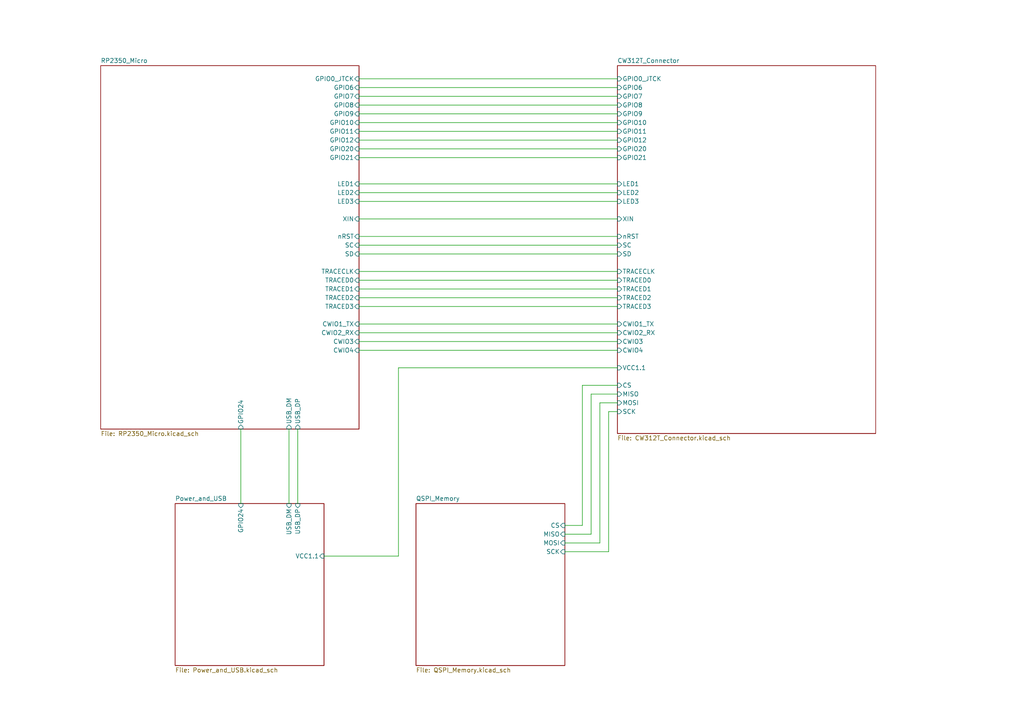
<source format=kicad_sch>
(kicad_sch
	(version 20231120)
	(generator "eeschema")
	(generator_version "8.0")
	(uuid "500b8550-4d6a-4279-8bac-449066156962")
	(paper "A4")
	(lib_symbols)
	(wire
		(pts
			(xy 168.91 152.4) (xy 168.91 111.76)
		)
		(stroke
			(width 0)
			(type default)
		)
		(uuid "009153fc-0f22-45ed-8749-b9afa2803d7b")
	)
	(wire
		(pts
			(xy 104.14 25.4) (xy 179.07 25.4)
		)
		(stroke
			(width 0)
			(type default)
		)
		(uuid "06029b76-8594-4cab-8656-fd2f6499a801")
	)
	(wire
		(pts
			(xy 104.14 88.9) (xy 179.07 88.9)
		)
		(stroke
			(width 0)
			(type default)
		)
		(uuid "06604679-4720-4cbe-a25b-c964cac6e77c")
	)
	(wire
		(pts
			(xy 104.14 73.66) (xy 179.07 73.66)
		)
		(stroke
			(width 0)
			(type default)
		)
		(uuid "0ab53256-8b11-4f1e-a24c-6785b92f010b")
	)
	(wire
		(pts
			(xy 104.14 35.56) (xy 179.07 35.56)
		)
		(stroke
			(width 0)
			(type default)
		)
		(uuid "0da9e6a6-778e-4d7f-b864-b049cb18d928")
	)
	(wire
		(pts
			(xy 104.14 96.52) (xy 179.07 96.52)
		)
		(stroke
			(width 0)
			(type default)
		)
		(uuid "11b0da60-6bd3-45e9-bff0-2edea0c170c5")
	)
	(wire
		(pts
			(xy 104.14 30.48) (xy 179.07 30.48)
		)
		(stroke
			(width 0)
			(type default)
		)
		(uuid "1617997d-442f-45c4-a3f6-f227189f8a77")
	)
	(wire
		(pts
			(xy 115.57 106.68) (xy 179.07 106.68)
		)
		(stroke
			(width 0)
			(type default)
		)
		(uuid "1ab6bb73-460d-4244-a7ca-288c4bed02de")
	)
	(wire
		(pts
			(xy 104.14 38.1) (xy 179.07 38.1)
		)
		(stroke
			(width 0)
			(type default)
		)
		(uuid "1e26af96-5fc3-4032-bd75-fc7427079045")
	)
	(wire
		(pts
			(xy 104.14 81.28) (xy 179.07 81.28)
		)
		(stroke
			(width 0)
			(type default)
		)
		(uuid "1e979c60-a766-4299-abdc-bb04230f8271")
	)
	(wire
		(pts
			(xy 104.14 78.74) (xy 179.07 78.74)
		)
		(stroke
			(width 0)
			(type default)
		)
		(uuid "22b55864-95f1-46e4-800c-549fcab95c88")
	)
	(wire
		(pts
			(xy 179.07 114.3) (xy 171.45 114.3)
		)
		(stroke
			(width 0)
			(type default)
		)
		(uuid "25838a60-5397-4899-a885-8a0cc2348b7e")
	)
	(wire
		(pts
			(xy 86.36 124.46) (xy 86.36 146.05)
		)
		(stroke
			(width 0)
			(type default)
		)
		(uuid "2e34c252-a3a5-474e-8e00-e556b1a01f39")
	)
	(wire
		(pts
			(xy 104.14 27.94) (xy 179.07 27.94)
		)
		(stroke
			(width 0)
			(type default)
		)
		(uuid "30ded458-84d8-4cf7-afc6-df9ee580249c")
	)
	(wire
		(pts
			(xy 104.14 22.86) (xy 179.07 22.86)
		)
		(stroke
			(width 0)
			(type default)
		)
		(uuid "3eb6aa5e-35c7-43f0-a478-7a88b0e775e6")
	)
	(wire
		(pts
			(xy 104.14 33.02) (xy 179.07 33.02)
		)
		(stroke
			(width 0)
			(type default)
		)
		(uuid "4aa90395-1f63-476c-a54c-f2465a372b81")
	)
	(wire
		(pts
			(xy 104.14 83.82) (xy 179.07 83.82)
		)
		(stroke
			(width 0)
			(type default)
		)
		(uuid "65d3087d-1ba3-4a6d-8b4b-2f9e75c91c05")
	)
	(wire
		(pts
			(xy 104.14 68.58) (xy 179.07 68.58)
		)
		(stroke
			(width 0)
			(type default)
		)
		(uuid "6fea7d73-6ff9-49cf-b261-5749b6bf9f46")
	)
	(wire
		(pts
			(xy 104.14 53.34) (xy 179.07 53.34)
		)
		(stroke
			(width 0)
			(type default)
		)
		(uuid "7657077a-d6b9-4f15-935d-fb46bf9ea8fb")
	)
	(wire
		(pts
			(xy 104.14 58.42) (xy 179.07 58.42)
		)
		(stroke
			(width 0)
			(type default)
		)
		(uuid "78f163d9-3c07-4517-b448-432349107b8e")
	)
	(wire
		(pts
			(xy 163.83 157.48) (xy 173.99 157.48)
		)
		(stroke
			(width 0)
			(type default)
		)
		(uuid "794aa4f2-e4f8-4870-adcf-adf03baa1451")
	)
	(wire
		(pts
			(xy 104.14 40.64) (xy 179.07 40.64)
		)
		(stroke
			(width 0)
			(type default)
		)
		(uuid "7f2b24f8-b465-4b49-a6fa-6dbee50a7791")
	)
	(wire
		(pts
			(xy 104.14 45.72) (xy 179.07 45.72)
		)
		(stroke
			(width 0)
			(type default)
		)
		(uuid "91a54ebe-9aad-457d-ab9b-196908807fa2")
	)
	(wire
		(pts
			(xy 163.83 152.4) (xy 168.91 152.4)
		)
		(stroke
			(width 0)
			(type default)
		)
		(uuid "9230d329-7718-476e-9535-ac90a35e8416")
	)
	(wire
		(pts
			(xy 168.91 111.76) (xy 179.07 111.76)
		)
		(stroke
			(width 0)
			(type default)
		)
		(uuid "992ec49a-3d9b-4660-86e1-c43867819b94")
	)
	(wire
		(pts
			(xy 104.14 86.36) (xy 179.07 86.36)
		)
		(stroke
			(width 0)
			(type default)
		)
		(uuid "9bbebfee-856d-49ae-8491-7369da5545ef")
	)
	(wire
		(pts
			(xy 69.85 124.46) (xy 69.85 146.05)
		)
		(stroke
			(width 0)
			(type default)
		)
		(uuid "a87712b3-2116-44c6-bcee-aa41e8a65c43")
	)
	(wire
		(pts
			(xy 176.53 119.38) (xy 176.53 160.02)
		)
		(stroke
			(width 0)
			(type default)
		)
		(uuid "aadc7b9c-9630-4638-80d1-dad707538981")
	)
	(wire
		(pts
			(xy 104.14 55.88) (xy 179.07 55.88)
		)
		(stroke
			(width 0)
			(type default)
		)
		(uuid "b041a769-5d3a-4bd0-8b75-8dd621aaf3a7")
	)
	(wire
		(pts
			(xy 104.14 101.6) (xy 179.07 101.6)
		)
		(stroke
			(width 0)
			(type default)
		)
		(uuid "b17105e4-1552-4fc9-9ab8-cedca896dbfe")
	)
	(wire
		(pts
			(xy 173.99 116.84) (xy 179.07 116.84)
		)
		(stroke
			(width 0)
			(type default)
		)
		(uuid "c17a33d8-8da8-4107-8af2-dbde6335ccb4")
	)
	(wire
		(pts
			(xy 104.14 63.5) (xy 179.07 63.5)
		)
		(stroke
			(width 0)
			(type default)
		)
		(uuid "c2d5e9f1-f610-4ef8-b1db-b89a671bf97c")
	)
	(wire
		(pts
			(xy 179.07 119.38) (xy 176.53 119.38)
		)
		(stroke
			(width 0)
			(type default)
		)
		(uuid "c67c4b81-d3ba-420f-80d7-9547c6234fa4")
	)
	(wire
		(pts
			(xy 115.57 161.29) (xy 115.57 106.68)
		)
		(stroke
			(width 0)
			(type default)
		)
		(uuid "c7bcf596-7038-4313-af1c-5e247c2b1d5d")
	)
	(wire
		(pts
			(xy 171.45 154.94) (xy 163.83 154.94)
		)
		(stroke
			(width 0)
			(type default)
		)
		(uuid "c8a8faae-d5c5-4b45-8fe5-d1513b49de8b")
	)
	(wire
		(pts
			(xy 173.99 157.48) (xy 173.99 116.84)
		)
		(stroke
			(width 0)
			(type default)
		)
		(uuid "d09d82e1-70bb-4645-a006-7f1f77d36a7b")
	)
	(wire
		(pts
			(xy 104.14 71.12) (xy 179.07 71.12)
		)
		(stroke
			(width 0)
			(type default)
		)
		(uuid "d1ac8c3a-9657-484a-8205-19936fa24951")
	)
	(wire
		(pts
			(xy 104.14 93.98) (xy 179.07 93.98)
		)
		(stroke
			(width 0)
			(type default)
		)
		(uuid "dfc352c4-8281-4e14-88f7-038d5d53a2d8")
	)
	(wire
		(pts
			(xy 104.14 43.18) (xy 179.07 43.18)
		)
		(stroke
			(width 0)
			(type default)
		)
		(uuid "e6c86373-d48b-41c0-ab43-bcd5620f5cd4")
	)
	(wire
		(pts
			(xy 104.14 99.06) (xy 179.07 99.06)
		)
		(stroke
			(width 0)
			(type default)
		)
		(uuid "e8f3f8ec-0932-4dcc-bae3-4d1072bfaae5")
	)
	(wire
		(pts
			(xy 171.45 114.3) (xy 171.45 154.94)
		)
		(stroke
			(width 0)
			(type default)
		)
		(uuid "e8fd83bc-1d3c-4390-ae91-86bc8e52d59a")
	)
	(wire
		(pts
			(xy 83.82 124.46) (xy 83.82 146.05)
		)
		(stroke
			(width 0)
			(type default)
		)
		(uuid "eb5e366c-a812-4ccd-883c-7ea250f18d24")
	)
	(wire
		(pts
			(xy 176.53 160.02) (xy 163.83 160.02)
		)
		(stroke
			(width 0)
			(type default)
		)
		(uuid "f3616f3e-a301-484b-9dc1-0a4e1c45dcbc")
	)
	(wire
		(pts
			(xy 93.98 161.29) (xy 115.57 161.29)
		)
		(stroke
			(width 0)
			(type default)
		)
		(uuid "f510eef7-5ca8-4d1f-a2d8-4f8925488338")
	)
	(sheet
		(at 120.65 146.05)
		(size 43.18 46.99)
		(fields_autoplaced yes)
		(stroke
			(width 0.1524)
			(type solid)
		)
		(fill
			(color 0 0 0 0.0000)
		)
		(uuid "64d79127-5ac2-4088-bcc2-0dc04644efed")
		(property "Sheetname" "QSPI_Memory"
			(at 120.65 145.3384 0)
			(effects
				(font
					(size 1.27 1.27)
				)
				(justify left bottom)
			)
		)
		(property "Sheetfile" "QSPI_Memory.kicad_sch"
			(at 120.65 193.6246 0)
			(effects
				(font
					(size 1.27 1.27)
				)
				(justify left top)
			)
		)
		(pin "CS" input
			(at 163.83 152.4 0)
			(effects
				(font
					(size 1.27 1.27)
				)
				(justify right)
			)
			(uuid "73895474-746e-4fe8-aa52-604c8fa0ea8e")
		)
		(pin "MISO" input
			(at 163.83 154.94 0)
			(effects
				(font
					(size 1.27 1.27)
				)
				(justify right)
			)
			(uuid "6525ea2d-70bc-4b86-b349-4d2fcd66094d")
		)
		(pin "MOSI" input
			(at 163.83 157.48 0)
			(effects
				(font
					(size 1.27 1.27)
				)
				(justify right)
			)
			(uuid "0286347e-ba26-4eff-9509-18c41d0ee4e2")
		)
		(pin "SCK" input
			(at 163.83 160.02 0)
			(effects
				(font
					(size 1.27 1.27)
				)
				(justify right)
			)
			(uuid "11db95cf-a509-4877-8128-c8775b927796")
		)
		(instances
			(project "RaspberryPi_Target"
				(path "/500b8550-4d6a-4279-8bac-449066156962"
					(page "5")
				)
			)
		)
	)
	(sheet
		(at 29.21 19.05)
		(size 74.93 105.41)
		(fields_autoplaced yes)
		(stroke
			(width 0.1524)
			(type solid)
		)
		(fill
			(color 0 0 0 0.0000)
		)
		(uuid "97afc5d9-d7b2-44f4-92e0-e0d40bdb1173")
		(property "Sheetname" "RP2350_Micro"
			(at 29.21 18.3384 0)
			(effects
				(font
					(size 1.27 1.27)
				)
				(justify left bottom)
			)
		)
		(property "Sheetfile" "RP2350_Micro.kicad_sch"
			(at 29.21 125.0446 0)
			(effects
				(font
					(size 1.27 1.27)
				)
				(justify left top)
			)
		)
		(pin "GPIO20" input
			(at 104.14 43.18 0)
			(effects
				(font
					(size 1.27 1.27)
				)
				(justify right)
			)
			(uuid "a6aca62f-2a19-4aed-ba84-5aab52f61003")
		)
		(pin "GPIO21" input
			(at 104.14 45.72 0)
			(effects
				(font
					(size 1.27 1.27)
				)
				(justify right)
			)
			(uuid "77f66a33-cf5c-47aa-8f07-02e373b75003")
		)
		(pin "LED1" input
			(at 104.14 53.34 0)
			(effects
				(font
					(size 1.27 1.27)
				)
				(justify right)
			)
			(uuid "a2630294-c27c-4f1d-b562-16cea35a1887")
		)
		(pin "LED3" input
			(at 104.14 58.42 0)
			(effects
				(font
					(size 1.27 1.27)
				)
				(justify right)
			)
			(uuid "d9816290-f526-45f5-a980-1020e40700b4")
		)
		(pin "GPIO24" input
			(at 69.85 124.46 270)
			(effects
				(font
					(size 1.27 1.27)
				)
				(justify left)
			)
			(uuid "9a9ba943-1297-4973-9412-8405be6d7883")
		)
		(pin "LED2" input
			(at 104.14 55.88 0)
			(effects
				(font
					(size 1.27 1.27)
				)
				(justify right)
			)
			(uuid "d83108fd-6df4-43ee-8758-44cf2fd50caa")
		)
		(pin "CWIO4" input
			(at 104.14 101.6 0)
			(effects
				(font
					(size 1.27 1.27)
				)
				(justify right)
			)
			(uuid "26600cdc-e4c0-4ccb-ba78-07ce7ed01bc7")
		)
		(pin "nRST" input
			(at 104.14 68.58 0)
			(effects
				(font
					(size 1.27 1.27)
				)
				(justify right)
			)
			(uuid "f4632c09-3eaa-4e67-97ac-344c5c5b2d3f")
		)
		(pin "XIN" input
			(at 104.14 63.5 0)
			(effects
				(font
					(size 1.27 1.27)
				)
				(justify right)
			)
			(uuid "e97143da-5621-4c77-a6a8-bb3d89b5a64b")
		)
		(pin "SC" input
			(at 104.14 71.12 0)
			(effects
				(font
					(size 1.27 1.27)
				)
				(justify right)
			)
			(uuid "e93b2840-338b-4102-a7ba-4dc5f36ec429")
		)
		(pin "SD" input
			(at 104.14 73.66 0)
			(effects
				(font
					(size 1.27 1.27)
				)
				(justify right)
			)
			(uuid "ec79ab9d-ccb8-4ecc-8d61-66ea91a42269")
		)
		(pin "GPIO12" input
			(at 104.14 40.64 0)
			(effects
				(font
					(size 1.27 1.27)
				)
				(justify right)
			)
			(uuid "7c2a8210-c4fe-4b03-96ae-53973b0bc8d2")
		)
		(pin "CWIO3" input
			(at 104.14 99.06 0)
			(effects
				(font
					(size 1.27 1.27)
				)
				(justify right)
			)
			(uuid "02c48131-291a-4284-befd-d46019b231f2")
		)
		(pin "CWIO2_RX" input
			(at 104.14 96.52 0)
			(effects
				(font
					(size 1.27 1.27)
				)
				(justify right)
			)
			(uuid "f2de58cd-856e-441b-9a9c-532eb00cce53")
		)
		(pin "CWIO1_TX" input
			(at 104.14 93.98 0)
			(effects
				(font
					(size 1.27 1.27)
				)
				(justify right)
			)
			(uuid "6ad1fd38-0ef8-4b0c-8b9a-478aaf15ffe7")
		)
		(pin "USB_DM" input
			(at 83.82 124.46 270)
			(effects
				(font
					(size 1.27 1.27)
				)
				(justify left)
			)
			(uuid "d74511fb-34ce-4c26-948f-5628e3613d0d")
		)
		(pin "USB_DP" input
			(at 86.36 124.46 270)
			(effects
				(font
					(size 1.27 1.27)
				)
				(justify left)
			)
			(uuid "acb69e55-4887-4a61-b17c-5351390c7cc7")
		)
		(pin "GPIO8" input
			(at 104.14 30.48 0)
			(effects
				(font
					(size 1.27 1.27)
				)
				(justify right)
			)
			(uuid "cbed4155-a518-4d1c-9f9f-939382b52dce")
		)
		(pin "GPIO9" input
			(at 104.14 33.02 0)
			(effects
				(font
					(size 1.27 1.27)
				)
				(justify right)
			)
			(uuid "3700e9c5-f768-43ea-a200-e92315d237a9")
		)
		(pin "GPIO11" input
			(at 104.14 38.1 0)
			(effects
				(font
					(size 1.27 1.27)
				)
				(justify right)
			)
			(uuid "92292555-bebd-406c-af27-726d44e6f442")
		)
		(pin "GPIO7" input
			(at 104.14 27.94 0)
			(effects
				(font
					(size 1.27 1.27)
				)
				(justify right)
			)
			(uuid "4800fde3-4167-477f-9ba3-ff83a31fb674")
		)
		(pin "GPIO10" input
			(at 104.14 35.56 0)
			(effects
				(font
					(size 1.27 1.27)
				)
				(justify right)
			)
			(uuid "04f32843-f1b4-4d0c-bcb3-0f8cbf90c6b5")
		)
		(pin "GPIO6" input
			(at 104.14 25.4 0)
			(effects
				(font
					(size 1.27 1.27)
				)
				(justify right)
			)
			(uuid "4a684061-c615-4bb1-98d4-303c13456ce5")
		)
		(pin "TRACED3" input
			(at 104.14 88.9 0)
			(effects
				(font
					(size 1.27 1.27)
				)
				(justify right)
			)
			(uuid "508f820f-634b-4992-a12a-5db25086cb40")
		)
		(pin "TRACED1" input
			(at 104.14 83.82 0)
			(effects
				(font
					(size 1.27 1.27)
				)
				(justify right)
			)
			(uuid "477e74fe-873e-44d7-af70-c820ca9dc2ef")
		)
		(pin "TRACED2" input
			(at 104.14 86.36 0)
			(effects
				(font
					(size 1.27 1.27)
				)
				(justify right)
			)
			(uuid "8556a34f-7549-4a18-99c6-d940d85af322")
		)
		(pin "TRACED0" input
			(at 104.14 81.28 0)
			(effects
				(font
					(size 1.27 1.27)
				)
				(justify right)
			)
			(uuid "853bffaa-d3cb-4ab2-9949-e7159bf40d83")
		)
		(pin "TRACECLK" input
			(at 104.14 78.74 0)
			(effects
				(font
					(size 1.27 1.27)
				)
				(justify right)
			)
			(uuid "cab3eef2-eeff-4a57-bda6-77761d77768e")
		)
		(pin "GPIO0_JTCK" input
			(at 104.14 22.86 0)
			(effects
				(font
					(size 1.27 1.27)
				)
				(justify right)
			)
			(uuid "85304920-b628-401e-8a46-e53ee980525f")
		)
		(instances
			(project "RaspberryPi_Target"
				(path "/500b8550-4d6a-4279-8bac-449066156962"
					(page "2")
				)
			)
		)
	)
	(sheet
		(at 50.8 146.05)
		(size 43.18 46.99)
		(fields_autoplaced yes)
		(stroke
			(width 0.1524)
			(type solid)
		)
		(fill
			(color 0 0 0 0.0000)
		)
		(uuid "d6a25a6f-1cfe-4763-9d1b-dece7abb6601")
		(property "Sheetname" "Power_and_USB"
			(at 50.8 145.3384 0)
			(effects
				(font
					(size 1.27 1.27)
				)
				(justify left bottom)
			)
		)
		(property "Sheetfile" "Power_and_USB.kicad_sch"
			(at 50.8 193.6246 0)
			(effects
				(font
					(size 1.27 1.27)
				)
				(justify left top)
			)
		)
		(pin "USB_DP" input
			(at 86.36 146.05 90)
			(effects
				(font
					(size 1.27 1.27)
				)
				(justify right)
			)
			(uuid "965251bf-b72f-449b-946f-f1e4ba700b62")
		)
		(pin "USB_DM" input
			(at 83.82 146.05 90)
			(effects
				(font
					(size 1.27 1.27)
				)
				(justify right)
			)
			(uuid "4325ce52-cf2e-4227-a579-a57d04bd5624")
		)
		(pin "GPIO24" input
			(at 69.85 146.05 90)
			(effects
				(font
					(size 1.27 1.27)
				)
				(justify right)
			)
			(uuid "0dfd6a7f-9fc7-47d0-b986-9f87e7696537")
		)
		(pin "VCC1.1" input
			(at 93.98 161.29 0)
			(effects
				(font
					(size 1.27 1.27)
				)
				(justify right)
			)
			(uuid "106ca29b-7171-48d7-9487-579521850055")
		)
		(instances
			(project "RaspberryPi_Target"
				(path "/500b8550-4d6a-4279-8bac-449066156962"
					(page "4")
				)
			)
		)
	)
	(sheet
		(at 179.07 19.05)
		(size 74.93 106.68)
		(fields_autoplaced yes)
		(stroke
			(width 0.1524)
			(type solid)
		)
		(fill
			(color 0 0 0 0.0000)
		)
		(uuid "d993f2bc-02ad-41d9-a54e-1aba475c8b8f")
		(property "Sheetname" "CW312T_Connector"
			(at 179.07 18.3384 0)
			(effects
				(font
					(size 1.27 1.27)
				)
				(justify left bottom)
			)
		)
		(property "Sheetfile" "CW312T_Connector.kicad_sch"
			(at 179.07 126.3146 0)
			(effects
				(font
					(size 1.27 1.27)
				)
				(justify left top)
			)
		)
		(pin "GPIO12" input
			(at 179.07 40.64 180)
			(effects
				(font
					(size 1.27 1.27)
				)
				(justify left)
			)
			(uuid "7d29c85c-198f-43f0-a50b-577b0792b197")
		)
		(pin "GPIO20" input
			(at 179.07 43.18 180)
			(effects
				(font
					(size 1.27 1.27)
				)
				(justify left)
			)
			(uuid "6a6ad5c9-66a7-4687-9ce7-86a62d4670bb")
		)
		(pin "GPIO11" input
			(at 179.07 38.1 180)
			(effects
				(font
					(size 1.27 1.27)
				)
				(justify left)
			)
			(uuid "2a9d71c3-5cf7-4be1-b9b5-b0c9a34e8a3b")
		)
		(pin "GPIO9" input
			(at 179.07 33.02 180)
			(effects
				(font
					(size 1.27 1.27)
				)
				(justify left)
			)
			(uuid "c3bfeb4a-b74d-40ad-ae8d-c58a8826ff0c")
		)
		(pin "GPIO0_JTCK" input
			(at 179.07 22.86 180)
			(effects
				(font
					(size 1.27 1.27)
				)
				(justify left)
			)
			(uuid "a2102c53-7e92-43b7-9a70-c7bd856cdf1a")
		)
		(pin "GPIO8" input
			(at 179.07 30.48 180)
			(effects
				(font
					(size 1.27 1.27)
				)
				(justify left)
			)
			(uuid "b88b5cbb-4fc4-4fee-afc0-c0184a0da3e6")
		)
		(pin "GPIO6" input
			(at 179.07 25.4 180)
			(effects
				(font
					(size 1.27 1.27)
				)
				(justify left)
			)
			(uuid "b5e1fda7-7812-4954-96b7-c51444d10dc1")
		)
		(pin "GPIO10" input
			(at 179.07 35.56 180)
			(effects
				(font
					(size 1.27 1.27)
				)
				(justify left)
			)
			(uuid "04a3380d-f7d0-47e8-8754-cf7700ffd676")
		)
		(pin "GPIO7" input
			(at 179.07 27.94 180)
			(effects
				(font
					(size 1.27 1.27)
				)
				(justify left)
			)
			(uuid "d874b190-607d-4256-8665-bb4fd65234fe")
		)
		(pin "TRACED0" input
			(at 179.07 81.28 180)
			(effects
				(font
					(size 1.27 1.27)
				)
				(justify left)
			)
			(uuid "52bb233e-9e70-4453-8f0c-7fc293b9d982")
		)
		(pin "TRACED1" input
			(at 179.07 83.82 180)
			(effects
				(font
					(size 1.27 1.27)
				)
				(justify left)
			)
			(uuid "6d0dc7c0-8fde-4a9a-b48d-276e1c20725a")
		)
		(pin "TRACECLK" input
			(at 179.07 78.74 180)
			(effects
				(font
					(size 1.27 1.27)
				)
				(justify left)
			)
			(uuid "6261d8b1-fb00-435e-a35e-10bd655fed42")
		)
		(pin "TRACED2" input
			(at 179.07 86.36 180)
			(effects
				(font
					(size 1.27 1.27)
				)
				(justify left)
			)
			(uuid "c32b6e95-d867-47a5-905d-739792de335c")
		)
		(pin "TRACED3" input
			(at 179.07 88.9 180)
			(effects
				(font
					(size 1.27 1.27)
				)
				(justify left)
			)
			(uuid "057dda95-2e01-4fe1-ad45-dcc8b1b15cc4")
		)
		(pin "GPIO21" input
			(at 179.07 45.72 180)
			(effects
				(font
					(size 1.27 1.27)
				)
				(justify left)
			)
			(uuid "4bda8f2b-7739-40b5-8363-6928b31a6eac")
		)
		(pin "VCC1.1" input
			(at 179.07 106.68 180)
			(effects
				(font
					(size 1.27 1.27)
				)
				(justify left)
			)
			(uuid "819d50fa-2cc7-4f9b-ae2c-60704f8e10fc")
		)
		(pin "SCK" input
			(at 179.07 119.38 180)
			(effects
				(font
					(size 1.27 1.27)
				)
				(justify left)
			)
			(uuid "d0011785-3b9b-4bd1-8f35-dc4b0db9357d")
		)
		(pin "CWIO2_RX" input
			(at 179.07 96.52 180)
			(effects
				(font
					(size 1.27 1.27)
				)
				(justify left)
			)
			(uuid "4fce382b-3fe7-4649-a3fc-d1f8722fb601")
		)
		(pin "CWIO1_TX" input
			(at 179.07 93.98 180)
			(effects
				(font
					(size 1.27 1.27)
				)
				(justify left)
			)
			(uuid "6f93d7b8-0567-4e17-a4f3-045f3e02b3bf")
		)
		(pin "CWIO4" input
			(at 179.07 101.6 180)
			(effects
				(font
					(size 1.27 1.27)
				)
				(justify left)
			)
			(uuid "11c741b6-bc01-4511-87c4-a14ab82324fa")
		)
		(pin "CWIO3" input
			(at 179.07 99.06 180)
			(effects
				(font
					(size 1.27 1.27)
				)
				(justify left)
			)
			(uuid "8c94fa71-9bcc-4478-9462-5f33af73c977")
		)
		(pin "MISO" input
			(at 179.07 114.3 180)
			(effects
				(font
					(size 1.27 1.27)
				)
				(justify left)
			)
			(uuid "5684b000-c37c-440d-98c3-bece2cb95ec9")
		)
		(pin "MOSI" input
			(at 179.07 116.84 180)
			(effects
				(font
					(size 1.27 1.27)
				)
				(justify left)
			)
			(uuid "0269dc10-aa00-4fee-ab8a-6dec04b728f7")
		)
		(pin "CS" input
			(at 179.07 111.76 180)
			(effects
				(font
					(size 1.27 1.27)
				)
				(justify left)
			)
			(uuid "cc8d45a8-19c2-44d8-8758-88ac4cac3dcd")
		)
		(pin "LED3" input
			(at 179.07 58.42 180)
			(effects
				(font
					(size 1.27 1.27)
				)
				(justify left)
			)
			(uuid "d250fc34-29a1-4c5e-9174-410ae114ef1e")
		)
		(pin "LED2" input
			(at 179.07 55.88 180)
			(effects
				(font
					(size 1.27 1.27)
				)
				(justify left)
			)
			(uuid "f500dd09-b333-4dad-8554-9614011f980a")
		)
		(pin "nRST" input
			(at 179.07 68.58 180)
			(effects
				(font
					(size 1.27 1.27)
				)
				(justify left)
			)
			(uuid "f1411d41-49c7-4ba3-84a4-c96a3e706b8c")
		)
		(pin "LED1" input
			(at 179.07 53.34 180)
			(effects
				(font
					(size 1.27 1.27)
				)
				(justify left)
			)
			(uuid "0e23e0ca-c11d-4c6d-aee4-fb1e577c3c1d")
		)
		(pin "XIN" input
			(at 179.07 63.5 180)
			(effects
				(font
					(size 1.27 1.27)
				)
				(justify left)
			)
			(uuid "c30c0ac4-1269-4642-9667-4f477616a1e7")
		)
		(pin "SD" input
			(at 179.07 73.66 180)
			(effects
				(font
					(size 1.27 1.27)
				)
				(justify left)
			)
			(uuid "5936df53-32ab-4de0-b1b5-ec856bbcb9ae")
		)
		(pin "SC" input
			(at 179.07 71.12 180)
			(effects
				(font
					(size 1.27 1.27)
				)
				(justify left)
			)
			(uuid "b752380d-e02d-47e5-a4b9-ce47fa79891b")
		)
		(instances
			(project "RaspberryPi_Target"
				(path "/500b8550-4d6a-4279-8bac-449066156962"
					(page "3")
				)
			)
		)
	)
	(sheet_instances
		(path "/"
			(page "1")
		)
	)
)

</source>
